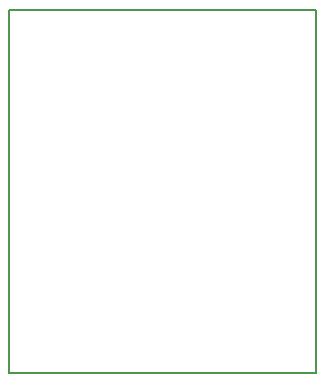
<source format=gm1>
G04 MADE WITH FRITZING*
G04 WWW.FRITZING.ORG*
G04 DOUBLE SIDED*
G04 HOLES PLATED*
G04 CONTOUR ON CENTER OF CONTOUR VECTOR*
%ASAXBY*%
%FSLAX23Y23*%
%MOIN*%
%OFA0B0*%
%SFA1.0B1.0*%
%ADD10R,1.031510X1.216770*%
%ADD11C,0.008000*%
%ADD10C,0.008*%
%LNCONTOUR*%
G90*
G70*
G54D10*
G54D11*
X4Y1213D02*
X1028Y1213D01*
X1028Y4D01*
X4Y4D01*
X4Y1213D01*
D02*
G04 End of contour*
M02*
</source>
